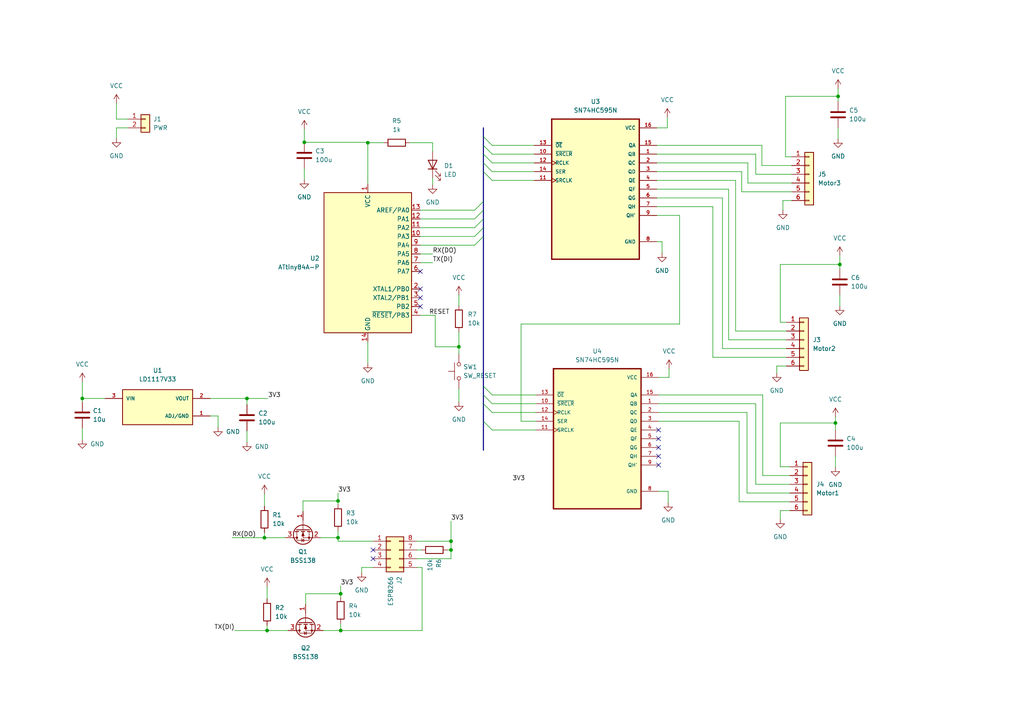
<source format=kicad_sch>
(kicad_sch (version 20211123) (generator eeschema)
  (paper "A4")
  (lib_symbols
    (symbol "Connector_Generic:Conn_01x02" (pin_names (offset 1.016) hide)
      (property "Reference" "J" (at 0 2.54 0))
      (property "Value" "Conn_01x02" (at 0 -5.08 0))
      (symbol "Conn_01x02_1_1"
        (rectangle (start -1.27 -2.413) (end 0 -2.667) (stroke (width 0.1524)))
        (rectangle (start -1.27 0.127) (end 0 -0.127) (stroke (width 0.1524)))
        (rectangle (start -1.27 1.27) (end 1.27 -3.81) (stroke (width 0.254)) (fill (type background)))
        (pin passive line (at -5.08 0 0) (length 3.81) (name "Pin_1") (number "1"))
        (pin passive line (at -5.08 -2.54 0) (length 3.81) (name "Pin_2") (number "2"))
      )
    )
    (symbol "Connector_Generic:Conn_01x06" (pin_names (offset 1.016) hide)
      (property "Reference" "J" (at 0 7.62 0))
      (property "Value" "Conn_01x06" (at 0 -10.16 0))
      (symbol "Conn_01x06_1_1"
        (rectangle (start -1.27 -7.493) (end 0 -7.747) (stroke (width 0.1524)))
        (rectangle (start -1.27 -4.953) (end 0 -5.207) (stroke (width 0.1524)))
        (rectangle (start -1.27 -2.413) (end 0 -2.667) (stroke (width 0.1524)))
        (rectangle (start -1.27 0.127) (end 0 -0.127) (stroke (width 0.1524)))
        (rectangle (start -1.27 2.667) (end 0 2.413) (stroke (width 0.1524)))
        (rectangle (start -1.27 5.207) (end 0 4.953) (stroke (width 0.1524)))
        (rectangle (start -1.27 6.35) (end 1.27 -8.89) (stroke (width 0.254)) (fill (type background)))
        (pin passive line (at -5.08 5.08 0) (length 3.81) (name "Pin_1") (number "1"))
        (pin passive line (at -5.08 2.54 0) (length 3.81) (name "Pin_2") (number "2"))
        (pin passive line (at -5.08 0 0) (length 3.81) (name "Pin_3") (number "3"))
        (pin passive line (at -5.08 -2.54 0) (length 3.81) (name "Pin_4") (number "4"))
        (pin passive line (at -5.08 -5.08 0) (length 3.81) (name "Pin_5") (number "5"))
        (pin passive line (at -5.08 -7.62 0) (length 3.81) (name "Pin_6") (number "6"))
      )
    )
    (symbol "Connector_Generic:Conn_02x04_Counter_Clockwise" (pin_names (offset 1.016) hide)
      (property "Reference" "J" (at 1.27 5.08 0))
      (property "Value" "Conn_02x04_Counter_Clockwise" (at 1.27 -7.62 0))
      (symbol "Conn_02x04_Counter_Clockwise_1_1"
        (rectangle (start -1.27 -4.953) (end 0 -5.207) (stroke (width 0.1524)))
        (rectangle (start -1.27 -2.413) (end 0 -2.667) (stroke (width 0.1524)))
        (rectangle (start -1.27 0.127) (end 0 -0.127) (stroke (width 0.1524)))
        (rectangle (start -1.27 2.667) (end 0 2.413) (stroke (width 0.1524)))
        (rectangle (start -1.27 3.81) (end 3.81 -6.35) (stroke (width 0.254)) (fill (type background)))
        (rectangle (start 3.81 -4.953) (end 2.54 -5.207) (stroke (width 0.1524)))
        (rectangle (start 3.81 -2.413) (end 2.54 -2.667) (stroke (width 0.1524)))
        (rectangle (start 3.81 0.127) (end 2.54 -0.127) (stroke (width 0.1524)))
        (rectangle (start 3.81 2.667) (end 2.54 2.413) (stroke (width 0.1524)))
        (pin passive line (at -5.08 2.54 0) (length 3.81) (name "Pin_1") (number "1"))
        (pin passive line (at -5.08 0 0) (length 3.81) (name "Pin_2") (number "2"))
        (pin passive line (at -5.08 -2.54 0) (length 3.81) (name "Pin_3") (number "3"))
        (pin passive line (at -5.08 -5.08 0) (length 3.81) (name "Pin_4") (number "4"))
        (pin passive line (at 7.62 -5.08 180) (length 3.81) (name "Pin_5") (number "5"))
        (pin passive line (at 7.62 -2.54 180) (length 3.81) (name "Pin_6") (number "6"))
        (pin passive line (at 7.62 0 180) (length 3.81) (name "Pin_7") (number "7"))
        (pin passive line (at 7.62 2.54 180) (length 3.81) (name "Pin_8") (number "8"))
      )
    )
    (symbol "Device:C" (pin_numbers hide) (pin_names (offset 0.254))
      (property "Reference" "C" (at 0.635 2.54 0))
      (property "Value" "C" (at 0.635 -2.54 0))
      (symbol "C_0_1"
        (polyline (pts (xy -2.032 -0.762) (xy 2.032 -0.762)) (stroke (width 0.508)))
        (polyline (pts (xy -2.032 0.762) (xy 2.032 0.762)) (stroke (width 0.508)))
      )
      (symbol "C_1_1"
        (pin passive line (at 0 3.81 270) (length 2.794) (name "~") (number "1"))
        (pin passive line (at 0 -3.81 90) (length 2.794) (name "~") (number "2"))
      )
    )
    (symbol "Device:LED" (pin_numbers hide) (pin_names (offset 1.016) hide)
      (property "Reference" "D" (at 0 2.54 0))
      (property "Value" "LED" (at 0 -2.54 0))
      (symbol "LED_0_1"
        (polyline (pts (xy -1.27 -1.27) (xy -1.27 1.27)) (stroke (width 0.254)))
        (polyline (pts (xy -1.27 0) (xy 1.27 0)))
        (polyline (pts (xy 1.27 -1.27) (xy 1.27 1.27) (xy -1.27 0) (xy 1.27 -1.27)) (stroke (width 0.254)))
        (polyline (pts (xy -3.048 -0.762) (xy -4.572 -2.286) (xy -3.81 -2.286) (xy -4.572 -2.286) (xy -4.572 -1.524)))
        (polyline (pts (xy -1.778 -0.762) (xy -3.302 -2.286) (xy -2.54 -2.286) (xy -3.302 -2.286) (xy -3.302 -1.524)))
      )
      (symbol "LED_1_1"
        (pin passive line (at -3.81 0 0) (length 2.54) (name "K") (number "1"))
        (pin passive line (at 3.81 0 180) (length 2.54) (name "A") (number "2"))
      )
    )
    (symbol "Device:R" (pin_numbers hide) (pin_names (offset 0))
      (property "Reference" "R" (at 2.032 0 90))
      (property "Value" "R" (at 0 0 90))
      (symbol "R_0_1"
        (rectangle (start -1.016 -2.54) (end 1.016 2.54) (stroke (width 0.254)))
      )
      (symbol "R_1_1"
        (pin passive line (at 0 3.81 270) (length 1.27) (name "~") (number "1"))
        (pin passive line (at 0 -3.81 90) (length 1.27) (name "~") (number "2"))
      )
    )
    (symbol "MCU_Microchip_ATtiny:ATtiny84A-P"
      (property "Reference" "U" (at -12.7 21.59 0))
      (property "Value" "ATtiny84A-P" (at 2.54 -21.59 0))
      (symbol "ATtiny84A-P_0_1"
        (rectangle (start -12.7 -20.32) (end 12.7 20.32) (stroke (width 0.254)) (fill (type background)))
      )
      (symbol "ATtiny84A-P_1_1"
        (pin power_in line (at 0 22.86 270) (length 2.54) (name "VCC") (number "1"))
        (pin bidirectional line (at 15.24 7.62 180) (length 2.54) (name "PA3") (number "10"))
        (pin bidirectional line (at 15.24 10.16 180) (length 2.54) (name "PA2") (number "11"))
        (pin bidirectional line (at 15.24 12.7 180) (length 2.54) (name "PA1") (number "12"))
        (pin bidirectional line (at 15.24 15.24 180) (length 2.54) (name "AREF/PA0") (number "13"))
        (pin power_in line (at 0 -22.86 90) (length 2.54) (name "GND") (number "14"))
        (pin bidirectional line (at 15.24 -7.62 180) (length 2.54) (name "XTAL1/PB0") (number "2"))
        (pin bidirectional line (at 15.24 -10.16 180) (length 2.54) (name "XTAL2/PB1") (number "3"))
        (pin bidirectional line (at 15.24 -15.24 180) (length 2.54) (name "~{RESET}/PB3") (number "4"))
        (pin bidirectional line (at 15.24 -12.7 180) (length 2.54) (name "PB2") (number "5"))
        (pin bidirectional line (at 15.24 -2.54 180) (length 2.54) (name "PA7") (number "6"))
        (pin bidirectional line (at 15.24 0 180) (length 2.54) (name "PA6") (number "7"))
        (pin bidirectional line (at 15.24 2.54 180) (length 2.54) (name "PA5") (number "8"))
        (pin bidirectional line (at 15.24 5.08 180) (length 2.54) (name "PA4") (number "9"))
      )
    )
    (symbol "Shift Register:SN74HC595N" (pin_names (offset 1.016))
      (property "Reference" "U" (at -12.7 21.3106 0))
      (property "Value" "SN74HC595N" (at -12.7 -24.3078 0))
      (symbol "SN74HC595N_0_0"
        (rectangle (start -12.7 -20.32) (end 12.7 20.32) (stroke (width 0.4064)) (fill (type background)))
        (pin output line (at 17.78 10.16 180) (length 5.08) (name "QB") (number "1"))
        (pin input line (at -17.78 10.16 0) (length 5.08) (name "~{SRCLR}") (number "10"))
        (pin input clock (at -17.78 2.54 0) (length 5.08) (name "SRCLK") (number "11"))
        (pin input clock (at -17.78 7.62 0) (length 5.08) (name "RCLK") (number "12"))
        (pin input line (at -17.78 12.7 0) (length 5.08) (name "~{OE}") (number "13"))
        (pin input line (at -17.78 5.08 0) (length 5.08) (name "SER") (number "14"))
        (pin output line (at 17.78 12.7 180) (length 5.08) (name "QA") (number "15"))
        (pin power_in line (at 17.78 17.78 180) (length 5.08) (name "VCC") (number "16"))
        (pin output line (at 17.78 7.62 180) (length 5.08) (name "QC") (number "2"))
        (pin output line (at 17.78 5.08 180) (length 5.08) (name "QD") (number "3"))
        (pin output line (at 17.78 2.54 180) (length 5.08) (name "QE") (number "4"))
        (pin output line (at 17.78 0 180) (length 5.08) (name "QF") (number "5"))
        (pin output line (at 17.78 -2.54 180) (length 5.08) (name "QG") (number "6"))
        (pin output line (at 17.78 -5.08 180) (length 5.08) (name "QH") (number "7"))
        (pin power_in line (at 17.78 -15.24 180) (length 5.08) (name "GND") (number "8"))
        (pin output line (at 17.78 -7.62 180) (length 5.08) (name "QH'") (number "9"))
      )
    )
    (symbol "Switch:SW_Push" (pin_numbers hide) (pin_names (offset 1.016) hide)
      (property "Reference" "SW" (at 1.27 2.54 0))
      (property "Value" "SW_Push" (at 0 -1.524 0))
      (symbol "SW_Push_0_1"
        (circle (center -2.032 0) (radius 0.508))
        (polyline (pts (xy 0 1.27) (xy 0 3.048)))
        (polyline (pts (xy 2.54 1.27) (xy -2.54 1.27)))
        (circle (center 2.032 0) (radius 0.508))
        (pin passive line (at -5.08 0 0) (length 2.54) (name "1") (number "1"))
        (pin passive line (at 5.08 0 180) (length 2.54) (name "2") (number "2"))
      )
    )
    (symbol "Transistor_FET:BSS138" (pin_names hide)
      (property "Reference" "Q" (at 5.08 1.905 0))
      (property "Value" "BSS138" (at 5.08 0 0))
      (symbol "BSS138_0_1"
        (polyline (pts (xy 0.254 0) (xy -2.54 0)))
        (polyline (pts (xy 0.254 1.905) (xy 0.254 -1.905)) (stroke (width 0.254)))
        (polyline (pts (xy 0.762 -1.27) (xy 0.762 -2.286)) (stroke (width 0.254)))
        (polyline (pts (xy 0.762 0.508) (xy 0.762 -0.508)) (stroke (width 0.254)))
        (polyline (pts (xy 0.762 2.286) (xy 0.762 1.27)) (stroke (width 0.254)))
        (polyline (pts (xy 2.54 2.54) (xy 2.54 1.778)))
        (polyline (pts (xy 2.54 -2.54) (xy 2.54 0) (xy 0.762 0)))
        (polyline (pts (xy 0.762 -1.778) (xy 3.302 -1.778) (xy 3.302 1.778) (xy 0.762 1.778)))
        (polyline (pts (xy 1.016 0) (xy 2.032 0.381) (xy 2.032 -0.381) (xy 1.016 0)) (fill (type outline)))
        (polyline (pts (xy 2.794 0.508) (xy 2.921 0.381) (xy 3.683 0.381) (xy 3.81 0.254)))
        (polyline (pts (xy 3.302 0.381) (xy 2.921 -0.254) (xy 3.683 -0.254) (xy 3.302 0.381)))
        (circle (center 1.651 0) (radius 2.794) (stroke (width 0.254)))
        (circle (center 2.54 -1.778) (radius 0.254) (fill (type outline)))
        (circle (center 2.54 1.778) (radius 0.254) (fill (type outline)))
      )
      (symbol "BSS138_1_1"
        (pin input line (at -5.08 0 0) (length 2.54) (name "G") (number "1"))
        (pin passive line (at 2.54 -5.08 90) (length 2.54) (name "S") (number "2"))
        (pin passive line (at 2.54 5.08 270) (length 2.54) (name "D") (number "3"))
      )
    )
    (symbol "Voltage Regulator:LD1117V33" (pin_names (offset 1.016))
      (property "Reference" "U" (at -10.16 5.842 0))
      (property "Value" "LD1117V33" (at -10.16 -7.62 0))
      (symbol "LD1117V33_0_0"
        (rectangle (start -10.16 -5.08) (end 10.16 5.08) (stroke (width 0.254)) (fill (type background)))
        (pin passive line (at 15.24 -2.54 180) (length 5.08) (name "ADJ/GND") (number "1"))
        (pin output line (at 15.24 2.54 180) (length 5.08) (name "VOUT") (number "2"))
        (pin input line (at -15.24 2.54 0) (length 5.08) (name "VIN") (number "3"))
      )
    )
    (symbol "power:GND" (power) (pin_names (offset 0))
      (property "Value" "GND" (at 0 -3.81 0))
      (symbol "GND_0_1"
        (polyline (pts (xy 0 0) (xy 0 -1.27) (xy 1.27 -1.27) (xy 0 -2.54) (xy -1.27 -1.27) (xy 0 -1.27)))
      )
      (symbol "GND_1_1"
        (pin power_in line (at 0 0 270) (length 0) hide (name "GND") (number "1"))
      )
    )
    (symbol "power:VCC" (power) (pin_names (offset 0))
      (property "Value" "VCC" (at 0 3.81 0))
      (symbol "VCC_0_1"
        (polyline (pts (xy -0.762 1.27) (xy 0 2.54)))
        (polyline (pts (xy 0 0) (xy 0 2.54)))
        (polyline (pts (xy 0 2.54) (xy 0.762 1.27)))
      )
      (symbol "VCC_1_1"
        (pin power_in line (at 0 0 90) (length 0) hide (name "VCC") (number "1"))
      )
    )
  )
  (junction (at 98.806 172.212))
  (junction (at 130.81 159.512))
  (junction (at 130.81 156.972))
  (junction (at 242.316 122.682))
  (junction (at 133.096 100.584))
  (junction (at 243.586 76.708))
  (junction (at 77.47 182.88))
  (junction (at 98.044 155.956))
  (junction (at 76.708 155.956))
  (junction (at 71.628 115.57))
  (junction (at 88.265 41.275))
  (junction (at 243.078 27.94))
  (junction (at 106.68 41.402))
  (junction (at 23.876 115.57))
  (junction (at 98.044 145.288))
  (junction (at 98.806 182.88))
  (no_connect (at 121.92 83.82))
  (no_connect (at 121.92 86.36))
  (no_connect (at 121.92 88.9))
  (no_connect (at 121.92 78.74))
  (no_connect (at 191.008 134.874))
  (no_connect (at 191.008 129.794))
  (no_connect (at 191.008 132.334))
  (no_connect (at 191.008 127.254))
  (no_connect (at 191.008 124.714))
  (no_connect (at 108.204 162.052))
  (no_connect (at 108.204 159.512))
  (bus_entry (at 140.208 44.704) (size 2.54 2.54))
  (bus_entry (at 140.208 39.624) (size 2.54 2.54))
  (bus_entry (at 140.208 63.5) (size -2.54 2.54))
  (bus_entry (at 140.208 66.04) (size -2.54 2.54))
  (bus_entry (at 140.208 58.42) (size -2.54 2.54))
  (bus_entry (at 140.208 60.96) (size -2.54 2.54))
  (bus_entry (at 140.208 68.58) (size -2.54 2.54))
  (bus_entry (at 140.208 122.174) (size 2.54 2.54))
  (bus_entry (at 140.208 114.554) (size 2.54 2.54))
  (bus_entry (at 140.208 112.014) (size 2.54 2.54))
  (bus_entry (at 140.208 117.094) (size 2.54 2.54))
  (bus_entry (at 140.208 49.784) (size 2.54 2.54))
  (bus_entry (at 140.208 47.244) (size 2.54 2.54))
  (bus_entry (at 140.208 42.164) (size 2.54 2.54))
  (wire (pts (xy 190.5 59.944) (xy 206.756 59.944)))
  (wire (pts (xy 214.376 122.174) (xy 214.376 145.542)))
  (bus (pts (xy 140.208 117.094) (xy 140.208 122.174)))
  (wire (pts (xy 151.13 122.174) (xy 155.448 122.174)))
  (wire (pts (xy 93.726 182.88) (xy 98.806 182.88)))
  (wire (pts (xy 225.298 106.172) (xy 228.092 106.172)))
  (wire (pts (xy 190.5 42.164) (xy 220.98 42.164)))
  (wire (pts (xy 226.314 76.708) (xy 226.314 93.472)))
  (wire (pts (xy 76.708 155.956) (xy 82.804 155.956)))
  (wire (pts (xy 220.98 48.006) (xy 229.616 48.006)))
  (bus (pts (xy 140.208 66.04) (xy 140.208 68.58)))
  (wire (pts (xy 133.096 85.598) (xy 133.096 88.646)))
  (wire (pts (xy 194.056 109.474) (xy 194.056 106.934)))
  (wire (pts (xy 190.5 52.324) (xy 213.36 52.324)))
  (bus (pts (xy 140.208 47.244) (xy 140.208 49.784)))
  (wire (pts (xy 242.316 132.334) (xy 242.316 135.509)))
  (wire (pts (xy 88.265 37.465) (xy 88.265 41.275)))
  (wire (pts (xy 227.076 60.96) (xy 227.076 58.166)))
  (wire (pts (xy 130.81 162.052) (xy 120.904 162.052)))
  (wire (pts (xy 190.5 37.084) (xy 193.548 37.084)))
  (wire (pts (xy 219.202 50.546) (xy 229.616 50.546)))
  (wire (pts (xy 190.5 54.864) (xy 211.328 54.864)))
  (wire (pts (xy 67.31 155.956) (xy 76.708 155.956)))
  (wire (pts (xy 76.708 154.432) (xy 76.708 155.956)))
  (wire (pts (xy 23.876 110.744) (xy 23.876 115.57)))
  (wire (pts (xy 126.238 100.584) (xy 126.238 91.44)))
  (wire (pts (xy 33.782 37.084) (xy 33.782 40.132)))
  (wire (pts (xy 130.81 156.972) (xy 130.81 159.512)))
  (wire (pts (xy 98.044 145.288) (xy 98.044 143.002)))
  (wire (pts (xy 243.586 85.598) (xy 243.586 88.773)))
  (wire (pts (xy 121.92 91.44) (xy 126.238 91.44)))
  (wire (pts (xy 98.806 182.88) (xy 122.428 182.88)))
  (wire (pts (xy 87.884 145.288) (xy 98.044 145.288)))
  (wire (pts (xy 98.044 156.972) (xy 98.044 155.956)))
  (wire (pts (xy 190.5 44.704) (xy 219.202 44.704)))
  (wire (pts (xy 121.92 71.12) (xy 137.668 71.12)))
  (wire (pts (xy 130.81 159.512) (xy 129.794 159.512)))
  (wire (pts (xy 76.708 143.256) (xy 76.708 146.812)))
  (wire (pts (xy 242.316 122.682) (xy 242.316 124.714)))
  (wire (pts (xy 197.104 62.484) (xy 197.104 93.98)))
  (wire (pts (xy 154.94 47.244) (xy 142.748 47.244)))
  (wire (pts (xy 216.662 119.634) (xy 216.662 143.002)))
  (wire (pts (xy 221.234 137.922) (xy 229.108 137.922)))
  (bus (pts (xy 140.208 44.704) (xy 140.208 47.244)))
  (wire (pts (xy 206.756 103.632) (xy 228.092 103.632)))
  (wire (pts (xy 193.802 145.796) (xy 193.802 142.494)))
  (wire (pts (xy 190.5 62.484) (xy 197.104 62.484)))
  (wire (pts (xy 121.92 68.58) (xy 137.668 68.58)))
  (wire (pts (xy 190.5 47.244) (xy 216.916 47.244)))
  (wire (pts (xy 154.94 44.704) (xy 142.748 44.704)))
  (bus (pts (xy 140.208 122.174) (xy 140.208 130.556)))
  (wire (pts (xy 104.902 164.592) (xy 108.204 164.592)))
  (wire (pts (xy 98.044 146.304) (xy 98.044 145.288)))
  (bus (pts (xy 140.208 49.784) (xy 140.208 58.42)))
  (wire (pts (xy 33.782 29.972) (xy 33.782 34.544)))
  (wire (pts (xy 142.748 117.094) (xy 155.448 117.094)))
  (wire (pts (xy 106.68 41.402) (xy 106.68 53.34)))
  (wire (pts (xy 104.902 166.116) (xy 104.902 164.592)))
  (wire (pts (xy 227.838 27.94) (xy 243.078 27.94)))
  (wire (pts (xy 23.876 116.586) (xy 23.876 115.57)))
  (wire (pts (xy 98.044 156.972) (xy 108.204 156.972)))
  (wire (pts (xy 226.314 135.382) (xy 229.108 135.382)))
  (wire (pts (xy 88.265 41.275) (xy 106.68 41.275)))
  (wire (pts (xy 216.916 47.244) (xy 216.916 53.086)))
  (wire (pts (xy 225.298 108.204) (xy 225.298 106.172)))
  (wire (pts (xy 121.92 60.96) (xy 137.668 60.96)))
  (bus (pts (xy 140.208 42.164) (xy 140.208 44.704)))
  (wire (pts (xy 190.5 70.104) (xy 192.024 70.104)))
  (wire (pts (xy 60.96 120.65) (xy 63.246 120.65)))
  (wire (pts (xy 98.806 169.926) (xy 98.806 172.212)))
  (wire (pts (xy 227.838 27.94) (xy 227.838 45.466)))
  (wire (pts (xy 98.044 153.924) (xy 98.044 155.956)))
  (wire (pts (xy 191.008 117.094) (xy 219.202 117.094)))
  (wire (pts (xy 226.314 76.708) (xy 243.586 76.708)))
  (wire (pts (xy 68.072 182.88) (xy 77.47 182.88)))
  (wire (pts (xy 151.13 93.98) (xy 151.13 122.174)))
  (wire (pts (xy 122.174 159.512) (xy 120.904 159.512)))
  (bus (pts (xy 140.208 39.624) (xy 140.208 42.164)))
  (wire (pts (xy 193.548 37.084) (xy 193.548 34.036)))
  (wire (pts (xy 243.586 74.168) (xy 243.586 76.708)))
  (bus (pts (xy 140.208 58.42) (xy 140.208 60.96)))
  (wire (pts (xy 77.47 182.88) (xy 83.566 182.88)))
  (wire (pts (xy 87.884 145.288) (xy 87.884 148.336)))
  (wire (pts (xy 215.138 55.626) (xy 229.616 55.626)))
  (bus (pts (xy 140.208 112.014) (xy 140.208 114.554)))
  (wire (pts (xy 121.92 63.5) (xy 137.668 63.5)))
  (wire (pts (xy 133.096 112.776) (xy 133.096 116.586)))
  (wire (pts (xy 142.748 114.554) (xy 155.448 114.554)))
  (wire (pts (xy 77.47 182.88) (xy 77.47 183.388)))
  (wire (pts (xy 133.096 100.584) (xy 126.238 100.584)))
  (wire (pts (xy 71.628 115.57) (xy 77.724 115.57)))
  (wire (pts (xy 92.964 155.956) (xy 98.044 155.956)))
  (wire (pts (xy 63.246 120.65) (xy 63.246 123.952)))
  (wire (pts (xy 71.628 124.968) (xy 71.628 128.27)))
  (wire (pts (xy 88.646 172.212) (xy 98.806 172.212)))
  (wire (pts (xy 88.646 172.212) (xy 88.646 175.26)))
  (wire (pts (xy 118.872 41.402) (xy 125.476 41.402)))
  (wire (pts (xy 142.748 119.634) (xy 155.448 119.634)))
  (wire (pts (xy 122.428 164.592) (xy 122.428 182.88)))
  (wire (pts (xy 125.476 76.2) (xy 121.92 76.2)))
  (wire (pts (xy 213.36 96.012) (xy 228.092 96.012)))
  (wire (pts (xy 228.092 93.472) (xy 226.314 93.472)))
  (wire (pts (xy 130.81 151.13) (xy 130.81 156.972)))
  (wire (pts (xy 193.802 142.494) (xy 191.008 142.494)))
  (wire (pts (xy 133.096 100.711) (xy 133.096 102.616)))
  (wire (pts (xy 216.662 143.002) (xy 229.108 143.002)))
  (wire (pts (xy 121.92 66.04) (xy 137.668 66.04)))
  (wire (pts (xy 221.234 114.554) (xy 221.234 137.922)))
  (wire (pts (xy 142.748 124.714) (xy 155.448 124.714)))
  (wire (pts (xy 197.104 93.98) (xy 151.13 93.98)))
  (bus (pts (xy 140.208 60.96) (xy 140.208 63.5)))
  (wire (pts (xy 219.202 117.094) (xy 219.202 140.462)))
  (wire (pts (xy 220.98 42.164) (xy 220.98 48.006)))
  (wire (pts (xy 98.806 180.848) (xy 98.806 182.88)))
  (wire (pts (xy 142.748 52.324) (xy 154.94 52.324)))
  (wire (pts (xy 71.628 115.57) (xy 71.628 117.348)))
  (wire (pts (xy 106.68 99.06) (xy 106.68 105.41)))
  (wire (pts (xy 226.314 122.682) (xy 242.316 122.682)))
  (wire (pts (xy 227.076 58.166) (xy 229.616 58.166)))
  (bus (pts (xy 140.208 68.58) (xy 140.208 112.014)))
  (wire (pts (xy 154.94 49.784) (xy 142.748 49.784)))
  (wire (pts (xy 33.782 34.544) (xy 37.084 34.544)))
  (wire (pts (xy 98.806 172.212) (xy 98.806 173.228)))
  (wire (pts (xy 133.096 96.266) (xy 133.096 100.584)))
  (wire (pts (xy 226.314 150.622) (xy 226.314 148.082)))
  (wire (pts (xy 214.376 145.542) (xy 229.108 145.542)))
  (wire (pts (xy 219.202 140.462) (xy 229.108 140.462)))
  (wire (pts (xy 23.876 124.206) (xy 23.876 127.508)))
  (wire (pts (xy 77.47 170.18) (xy 77.47 173.736)))
  (wire (pts (xy 191.008 119.634) (xy 216.662 119.634)))
  (bus (pts (xy 140.208 37.084) (xy 140.208 39.624)))
  (wire (pts (xy 120.904 164.592) (xy 122.428 164.592)))
  (wire (pts (xy 213.36 52.324) (xy 213.36 96.012)))
  (wire (pts (xy 215.138 49.784) (xy 215.138 55.626)))
  (wire (pts (xy 191.008 122.174) (xy 214.376 122.174)))
  (wire (pts (xy 125.476 41.402) (xy 125.476 43.942)))
  (wire (pts (xy 154.94 42.164) (xy 142.748 42.164)))
  (wire (pts (xy 88.265 48.895) (xy 88.265 52.07)))
  (wire (pts (xy 130.81 159.512) (xy 130.81 162.052)))
  (wire (pts (xy 211.328 54.864) (xy 211.328 98.552)))
  (wire (pts (xy 106.68 41.275) (xy 106.68 41.402)))
  (wire (pts (xy 60.96 115.57) (xy 71.628 115.57)))
  (wire (pts (xy 76.708 155.956) (xy 76.708 156.464)))
  (wire (pts (xy 226.314 148.082) (xy 229.108 148.082)))
  (wire (pts (xy 243.586 76.708) (xy 243.586 77.978)))
  (wire (pts (xy 243.078 27.94) (xy 243.078 29.464)))
  (wire (pts (xy 227.838 45.466) (xy 229.616 45.466)))
  (wire (pts (xy 192.024 70.104) (xy 192.024 73.406)))
  (wire (pts (xy 125.476 51.562) (xy 125.476 53.594)))
  (wire (pts (xy 243.078 37.084) (xy 243.078 40.259)))
  (wire (pts (xy 191.008 109.474) (xy 194.056 109.474)))
  (wire (pts (xy 211.328 98.552) (xy 228.092 98.552)))
  (wire (pts (xy 209.55 57.404) (xy 209.55 101.092)))
  (wire (pts (xy 121.92 73.66) (xy 125.476 73.66)))
  (wire (pts (xy 37.084 37.084) (xy 33.782 37.084)))
  (wire (pts (xy 191.008 114.554) (xy 221.234 114.554)))
  (wire (pts (xy 216.916 53.086) (xy 229.616 53.086)))
  (wire (pts (xy 206.756 59.944) (xy 206.756 103.632)))
  (bus (pts (xy 140.208 114.554) (xy 140.208 117.094)))
  (wire (pts (xy 130.81 156.972) (xy 120.904 156.972)))
  (wire (pts (xy 106.68 41.402) (xy 111.252 41.402)))
  (wire (pts (xy 243.078 25.654) (xy 243.078 27.94)))
  (wire (pts (xy 30.48 115.57) (xy 23.876 115.57)))
  (wire (pts (xy 242.316 120.904) (xy 242.316 122.682)))
  (wire (pts (xy 77.47 181.356) (xy 77.47 182.88)))
  (bus (pts (xy 140.208 63.5) (xy 140.208 66.04)))
  (wire (pts (xy 209.55 101.092) (xy 228.092 101.092)))
  (wire (pts (xy 219.202 44.704) (xy 219.202 50.546)))
  (wire (pts (xy 190.5 49.784) (xy 215.138 49.784)))
  (wire (pts (xy 190.5 57.404) (xy 209.55 57.404)))
  (wire (pts (xy 226.314 122.682) (xy 226.314 135.382)))
  (label "3V3" (at 148.59 139.7 0))
  (label "RESET" (at 124.46 91.44 0))
  (label "RX(DO)" (at 125.476 73.66 0))
  (label "3V3" (at 98.806 169.926 0))
  (label "3V3" (at 98.044 143.002 0))
  (label "TX(DI)" (at 68.072 182.88 180))
  (label "3V3" (at 130.81 151.13 0))
  (label "3V3" (at 77.724 115.57 0))
  (label "RX(DO)" (at 67.31 155.956 0))
  (label "TX(DI)" (at 125.476 76.2 0))
  (symbol (lib_id "Device:C") (at 242.316 128.524 0) (unit 1)
    (property "Reference" "C4" (at 245.491 127.2539 0) (effects (justify left)))
    (property "Value" "100u" (at 245.491 129.7939 0) (effects (justify left)))
  )
  (symbol (lib_id "Connector_Generic:Conn_01x06") (at 234.696 50.546 0) (unit 1)
    (property "Reference" "J5" (at 237.236 50.5459 0) (effects (justify left)))
    (property "Value" "Motor3" (at 237.236 53.0859 0) (effects (justify left)))
  )
  (symbol (lib_id "Transistor_FET:BSS138") (at 88.646 180.34 90) (mirror x) (unit 1)
    (property "Reference" "Q2" (at 88.646 187.96 90))
    (property "Value" "BSS138" (at 88.646 190.5 90))
    (property "Footprint" "Package_TO_SOT_SMD:SOT-23" (effects hide))
    (property "Datasheet" "https://www.onsemi.com/pub/Collateral/BSS138-D.PDF" (effects hide))
  )
  (symbol (lib_id "Device:R") (at 98.806 177.038 0) (unit 1)
    (property "Reference" "R4" (at 101.092 175.7679 0) (effects (justify left)))
    (property "Value" "10k" (at 101.092 178.3079 0) (effects (justify left)))
  )
  (symbol (lib_id "Connector_Generic:Conn_02x04_Counter_Clockwise") (at 113.284 159.512 0) (unit 1)
    (property "Reference" "J2" (at 115.8241 167.132 90) (effects (justify right)))
    (property "Value" "ESP8266" (at 113.2841 167.132 90) (effects (justify right)))
  )
  (symbol (lib_id "Connector_Generic:Conn_01x06") (at 233.172 98.552 0) (unit 1)
    (property "Reference" "J3" (at 235.712 98.5519 0) (effects (justify left)))
    (property "Value" "Motor2" (at 235.712 101.0919 0) (effects (justify left)))
  )
  (symbol (lib_id "Device:R") (at 133.096 92.456 0) (unit 1)
    (property "Reference" "R7" (at 135.636 91.1859 0) (effects (justify left)))
    (property "Value" "10k" (at 135.636 93.7259 0) (effects (justify left)))
  )
  (symbol (lib_id "power:GND") (at 125.476 53.594 0) (unit 1)
    (property "Reference" "#PWR013" (effects hide))
    (property "Value" "GND" (at 125.476 58.674 0))
  )
  (symbol (lib_id "power:VCC") (at 243.586 74.168 0) (unit 1)
    (property "Reference" "#PWR027" (effects hide))
    (property "Value" "VCC" (at 243.586 69.088 0))
  )
  (symbol (lib_id "power:GND") (at 133.096 116.586 0) (unit 1)
    (property "Reference" "#PWR015" (effects hide))
    (property "Value" "GND" (at 133.096 121.666 0))
  )
  (symbol (lib_id "power:GND") (at 33.782 40.132 0) (unit 1)
    (property "Reference" "#PWR04" (effects hide))
    (property "Value" "GND" (at 33.782 45.212 0))
  )
  (symbol (lib_id "power:GND") (at 242.316 135.509 0) (unit 1)
    (property "Reference" "#PWR024" (effects hide))
    (property "Value" "GND" (at 242.316 140.589 0))
  )
  (symbol (lib_id "power:GND") (at 88.265 52.07 0) (unit 1)
    (property "Reference" "#PWR010" (effects hide))
    (property "Value" "GND" (at 88.265 57.15 0))
  )
  (symbol (lib_id "Transistor_FET:BSS138") (at 87.884 153.416 90) (mirror x) (unit 1)
    (property "Reference" "Q1" (at 87.884 160.02 90))
    (property "Value" "BSS138" (at 87.884 162.56 90))
    (property "Footprint" "Package_TO_SOT_SMD:SOT-23" (effects hide))
    (property "Datasheet" "https://www.onsemi.com/pub/Collateral/BSS138-D.PDF" (effects hide))
  )
  (symbol (lib_id "MCU_Microchip_ATtiny:ATtiny84A-P") (at 106.68 76.2 0) (unit 1)
    (property "Reference" "U2" (at 92.71 74.9299 0) (effects (justify right)))
    (property "Value" "ATtiny84A-P" (at 92.71 77.4699 0) (effects (justify right)))
    (property "Footprint" "Package_DIP:DIP-14_W7.62mm" (effects hide))
    (property "Datasheet" "http://ww1.microchip.com/downloads/en/DeviceDoc/doc8183.pdf" (effects hide))
  )
  (symbol (lib_id "Device:R") (at 98.044 150.114 0) (unit 1)
    (property "Reference" "R3" (at 100.33 148.8439 0) (effects (justify left)))
    (property "Value" "10k" (at 100.33 151.3839 0) (effects (justify left)))
  )
  (symbol (lib_id "Device:LED") (at 125.476 47.752 90) (unit 1)
    (property "Reference" "D1" (at 128.778 48.0694 90) (effects (justify right)))
    (property "Value" "LED" (at 128.778 50.6094 90) (effects (justify right)))
  )
  (symbol (lib_id "power:VCC") (at 133.096 85.598 0) (unit 1)
    (property "Reference" "#PWR014" (effects hide))
    (property "Value" "VCC" (at 133.096 80.518 0))
  )
  (symbol (lib_id "Device:R") (at 77.47 177.546 0) (unit 1)
    (property "Reference" "R2" (at 79.756 176.2759 0) (effects (justify left)))
    (property "Value" "10k" (at 79.756 178.8159 0) (effects (justify left)))
  )
  (symbol (lib_id "power:GND") (at 193.802 145.796 0) (unit 1)
    (property "Reference" "#PWR018" (effects hide))
    (property "Value" "GND" (at 193.802 150.876 0))
  )
  (symbol (lib_id "power:VCC") (at 77.47 170.18 0) (unit 1)
    (property "Reference" "#PWR08" (effects hide))
    (property "Value" "VCC" (at 77.47 165.1 0))
  )
  (symbol (lib_id "power:VCC") (at 33.782 29.972 0) (unit 1)
    (property "Reference" "#PWR03" (effects hide))
    (property "Value" "VCC" (at 33.782 24.892 0))
  )
  (symbol (lib_id "Shift Register:SN74HC595N") (at 172.72 54.864 0) (unit 1)
    (property "Reference" "U3" (at 172.72 29.464 0))
    (property "Value" "SN74HC595N" (at 172.72 32.004 0))
    (property "Footprint" "DIP794W45P254L1969H508Q16" (effects hide))
  )
  (symbol (lib_id "power:GND") (at 243.586 88.773 0) (unit 1)
    (property "Reference" "#PWR028" (effects hide))
    (property "Value" "GND" (at 243.586 93.853 0))
  )
  (symbol (lib_id "power:GND") (at 104.902 166.116 0) (unit 1)
    (property "Reference" "#PWR011" (effects hide))
    (property "Value" "GND" (at 104.902 171.196 0))
  )
  (symbol (lib_id "power:VCC") (at 242.316 120.904 0) (unit 1)
    (property "Reference" "#PWR023" (effects hide))
    (property "Value" "VCC" (at 242.316 115.824 0))
  )
  (symbol (lib_id "power:GND") (at 227.076 60.96 0) (unit 1)
    (property "Reference" "#PWR022" (effects hide))
    (property "Value" "GND" (at 227.076 66.04 0))
  )
  (symbol (lib_id "Switch:SW_Push") (at 133.096 107.696 90) (unit 1)
    (property "Reference" "SW1" (at 134.366 106.4259 90) (effects (justify right)))
    (property "Value" "SW_RESET" (at 134.366 108.9659 90) (effects (justify right)))
  )
  (symbol (lib_id "Device:R") (at 76.708 150.622 0) (unit 1)
    (property "Reference" "R1" (at 78.994 149.3519 0) (effects (justify left)))
    (property "Value" "10k" (at 78.994 151.8919 0) (effects (justify left)))
  )
  (symbol (lib_id "power:VCC") (at 88.265 37.465 0) (unit 1)
    (property "Reference" "#PWR09" (effects hide))
    (property "Value" "VCC" (at 88.265 32.385 0))
  )
  (symbol (lib_id "power:GND") (at 226.314 150.622 0) (unit 1)
    (property "Reference" "#PWR021" (effects hide))
    (property "Value" "GND" (at 226.314 155.702 0))
  )
  (symbol (lib_id "Connector_Generic:Conn_01x02") (at 42.164 34.544 0) (unit 1)
    (property "Reference" "J1" (at 44.45 34.5439 0) (effects (justify left)))
    (property "Value" "PWR" (at 44.45 37.0839 0) (effects (justify left)))
  )
  (symbol (lib_id "Device:C") (at 243.586 81.788 0) (unit 1)
    (property "Reference" "C6" (at 246.761 80.5179 0) (effects (justify left)))
    (property "Value" "100u" (at 246.761 83.0579 0) (effects (justify left)))
  )
  (symbol (lib_id "power:VCC") (at 193.548 34.036 0) (unit 1)
    (property "Reference" "#PWR017" (effects hide))
    (property "Value" "VCC" (at 193.548 28.956 0))
  )
  (symbol (lib_id "Device:C") (at 71.628 121.158 0) (unit 1)
    (property "Reference" "C2" (at 74.93 119.8879 0) (effects (justify left)))
    (property "Value" "100u" (at 74.93 122.4279 0) (effects (justify left)))
  )
  (symbol (lib_id "power:GND") (at 225.298 108.204 0) (unit 1)
    (property "Reference" "#PWR020" (effects hide))
    (property "Value" "GND" (at 225.298 113.284 0))
  )
  (symbol (lib_id "Device:R") (at 125.984 159.512 270) (unit 1)
    (property "Reference" "R6" (at 127.2541 162.052 0) (effects (justify left)))
    (property "Value" "10k" (at 124.7141 162.052 0) (effects (justify left)))
  )
  (symbol (lib_id "Connector_Generic:Conn_01x06") (at 234.188 140.462 0) (unit 1)
    (property "Reference" "J4" (at 236.728 140.4619 0) (effects (justify left)))
    (property "Value" "Motor1" (at 236.728 143.0019 0) (effects (justify left)))
  )
  (symbol (lib_id "Device:C") (at 23.876 120.396 0) (unit 1)
    (property "Reference" "C1" (at 26.924 119.1259 0) (effects (justify left)))
    (property "Value" "10u" (at 26.924 121.6659 0) (effects (justify left)))
  )
  (symbol (lib_id "power:GND") (at 63.246 123.952 0) (unit 1)
    (property "Reference" "#PWR05" (effects hide))
    (property "Value" "GND" (at 65.532 125.2219 0) (effects (justify left)))
  )
  (symbol (lib_id "power:GND") (at 71.628 128.27 0) (unit 1)
    (property "Reference" "#PWR06" (effects hide))
    (property "Value" "GND" (at 73.914 129.5399 0) (effects (justify left)))
  )
  (symbol (lib_id "Voltage Regulator:LD1117V33") (at 45.72 118.11 0) (unit 1)
    (property "Reference" "U1" (at 45.72 107.442 0))
    (property "Value" "LD1117V33" (at 45.72 109.982 0))
    (property "Footprint" "TO255P1020X450X1968-3" (effects hide))
    (property "MAXIMUM_PACKAGE_HEIGHT" "19.68mm" (effects hide))
    (property "PARTREV" "37" (effects hide))
    (property "MANUFACTURER" "ST Microelectronics" (effects hide))
    (property "STANDARD" "IPC-7351B" (effects hide))
  )
  (symbol (lib_id "power:GND") (at 23.876 127.508 0) (unit 1)
    (property "Reference" "#PWR02" (effects hide))
    (property "Value" "GND" (at 26.162 128.7779 0) (effects (justify left)))
  )
  (symbol (lib_id "power:GND") (at 243.078 40.259 0) (unit 1)
    (property "Reference" "#PWR026" (effects hide))
    (property "Value" "GND" (at 243.078 45.339 0))
  )
  (symbol (lib_id "power:GND") (at 192.024 73.406 0) (unit 1)
    (property "Reference" "#PWR016" (effects hide))
    (property "Value" "GND" (at 192.024 78.486 0))
  )
  (symbol (lib_id "power:VCC") (at 23.876 110.744 0) (unit 1)
    (property "Reference" "#PWR01" (effects hide))
    (property "Value" "VCC" (at 23.876 105.664 0))
  )
  (symbol (lib_id "Device:C") (at 88.265 45.085 0) (unit 1)
    (property "Reference" "C3" (at 91.44 43.8149 0) (effects (justify left)))
    (property "Value" "100u" (at 91.44 46.3549 0) (effects (justify left)))
  )
  (symbol (lib_id "power:VCC") (at 76.708 143.256 0) (unit 1)
    (property "Reference" "#PWR07" (effects hide))
    (property "Value" "VCC" (at 76.708 138.176 0))
  )
  (symbol (lib_id "Shift Register:SN74HC595N") (at 173.228 127.254 0) (unit 1)
    (property "Reference" "U4" (at 173.228 101.854 0))
    (property "Value" "SN74HC595N" (at 173.228 104.394 0))
    (property "Footprint" "DIP794W45P254L1969H508Q16" (effects hide))
  )
  (symbol (lib_id "power:GND") (at 106.68 105.41 0) (unit 1)
    (property "Reference" "#PWR012" (effects hide))
    (property "Value" "GND" (at 106.68 110.49 0))
  )
  (symbol (lib_id "Device:R") (at 115.062 41.402 90) (unit 1)
    (property "Reference" "R5" (at 115.062 35.052 90))
    (property "Value" "1k" (at 115.062 37.592 90))
  )
  (symbol (lib_id "power:VCC") (at 194.056 106.934 0) (unit 1)
    (property "Reference" "#PWR019" (effects hide))
    (property "Value" "VCC" (at 194.056 101.854 0))
  )
  (symbol (lib_id "Device:C") (at 243.078 33.274 0) (unit 1)
    (property "Reference" "C5" (at 246.253 32.0039 0) (effects (justify left)))
    (property "Value" "100u" (at 246.253 34.5439 0) (effects (justify left)))
  )
  (symbol (lib_id "power:VCC") (at 243.078 25.654 0) (unit 1)
    (property "Reference" "#PWR025" (effects hide))
    (property "Value" "VCC" (at 243.078 20.574 0))
  )
)
</source>
